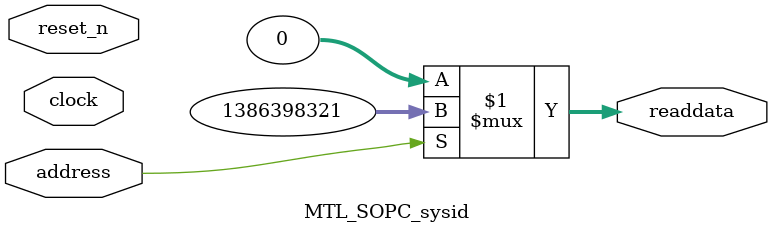
<source format=v>

`timescale 1ns / 1ps
// synthesis translate_on

// turn off superfluous verilog processor warnings 
// altera message_level Level1 
// altera message_off 10034 10035 10036 10037 10230 10240 10030 

module MTL_SOPC_sysid (
               // inputs:
                address,
                clock,
                reset_n,

               // outputs:
                readdata
             )
;

  output  [ 31: 0] readdata;
  input            address;
  input            clock;
  input            reset_n;

  wire    [ 31: 0] readdata;
  //control_slave, which is an e_avalon_slave
  assign readdata = address ? 1386398321 : 0;

endmodule




</source>
